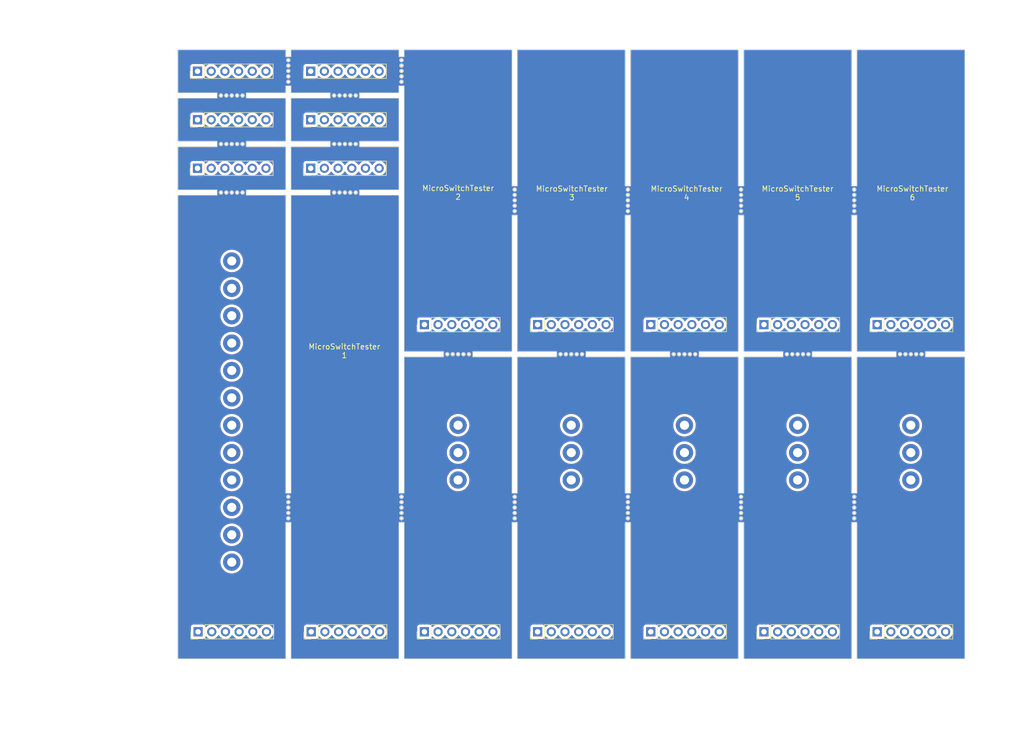
<source format=kicad_pcb>
(kicad_pcb (version 20221018) (generator pcbnew)
  (layers (0 "F.Cu" signal) (31 "B.Cu" signal) (34 "B.Paste" user) (35 "F.Paste" user) (36 "B.SilkS" user "B.Silkscreen") (37 "F.SilkS" user "F.Silkscreen") (38 "B.Mask" user) (39 "F.Mask" user) (44 "Edge.Cuts" user))
  (net 0 "")
  (footprint "Connector_PinHeader_2.54mm:PinHeader_1x06_P2.54mm_Vertical" (layer "F.Cu") (at -6.35 -104 90)
    (fp_text reference "REF**" hide)
    (fp_text value "PinHeader_1x06_P2.54mm_Vertical")
    (pad "1" thru_hole rect (at 0 0 90) (size 1.7 1.7) (drill 1) (layers "*.Cu" "*.Mask"))
    (pad "2" thru_hole oval (at 0 2.54 90) (size 1.7 1.7) (drill 1) (layers "*.Cu" "*.Mask"))
    (pad "3" thru_hole oval (at 0 5.08 90) (size 1.7 1.7) (drill 1) (layers "*.Cu" "*.Mask"))
    (pad "4" thru_hole oval (at 0 7.62 90) (size 1.7 1.7) (drill 1) (layers "*.Cu" "*.Mask"))
    (pad "5" thru_hole oval (at 0 10.16 90) (size 1.7 1.7) (drill 1) (layers "*.Cu" "*.Mask"))
    (pad "6" thru_hole oval (at 0 12.7 90) (size 1.7 1.7) (drill 1) (layers "*.Cu" "*.Mask"))
  )
  (footprint "Connector_PinHeader_2.54mm:PinHeader_1x06_P2.54mm_Vertical" (layer "F.Cu") (at 35.75 -57 90)
    (fp_text reference "REF**" hide)
    (fp_text value "PinHeader_1x06_P2.54mm_Vertical")
    (pad "1" thru_hole rect (at 0 0 90) (size 1.7 1.7) (drill 1) (layers "*.Cu" "*.Mask"))
    (pad "2" thru_hole oval (at 0 2.54 90) (size 1.7 1.7) (drill 1) (layers "*.Cu" "*.Mask"))
    (pad "3" thru_hole oval (at 0 5.08 90) (size 1.7 1.7) (drill 1) (layers "*.Cu" "*.Mask"))
    (pad "4" thru_hole oval (at 0 7.62 90) (size 1.7 1.7) (drill 1) (layers "*.Cu" "*.Mask"))
    (pad "5" thru_hole oval (at 0 10.16 90) (size 1.7 1.7) (drill 1) (layers "*.Cu" "*.Mask"))
    (pad "6" thru_hole oval (at 0 12.7 90) (size 1.7 1.7) (drill 1) (layers "*.Cu" "*.Mask"))
  )
  (footprint "mylib:microswitchtester_7305" (layer "F.Cu") (at 21 -33.24)
    (fp_text reference "REF**" hide)
    (fp_text value "microswitchtester_7305")
    (pad "1" thru_hole circle (at 0 -5.08) (size 3.2 3.2) (drill 1.7) (layers "*.Cu" "*.Mask"))
    (pad "1" thru_hole circle (at 0 0) (size 3.2 3.2) (drill 1.7) (layers "*.Cu" "*.Mask"))
    (pad "1" thru_hole circle (at 0 5.08) (size 3.2 3.2) (drill 1.7) (layers "*.Cu" "*.Mask"))
  )
  (footprint "Connector_PinHeader_2.54mm:PinHeader_1x06_P2.54mm_Vertical" (layer "F.Cu") (at 56.75 0 90)
    (fp_text reference "REF**" hide)
    (fp_text value "PinHeader_1x06_P2.54mm_Vertical")
    (pad "1" thru_hole rect (at 0 0 90) (size 1.7 1.7) (drill 1) (layers "*.Cu" "*.Mask"))
    (pad "2" thru_hole oval (at 0 2.54 90) (size 1.7 1.7) (drill 1) (layers "*.Cu" "*.Mask"))
    (pad "3" thru_hole oval (at 0 5.08 90) (size 1.7 1.7) (drill 1) (layers "*.Cu" "*.Mask"))
    (pad "4" thru_hole oval (at 0 7.62 90) (size 1.7 1.7) (drill 1) (layers "*.Cu" "*.Mask"))
    (pad "5" thru_hole oval (at 0 10.16 90) (size 1.7 1.7) (drill 1) (layers "*.Cu" "*.Mask"))
    (pad "6" thru_hole oval (at 0 12.7 90) (size 1.7 1.7) (drill 1) (layers "*.Cu" "*.Mask"))
  )
  (footprint "Connector_PinHeader_2.54mm:PinHeader_1x06_P2.54mm_Vertical" (layer "F.Cu") (at -27.35 -104 90)
    (fp_text reference "REF**" hide)
    (fp_text value "PinHeader_1x06_P2.54mm_Vertical")
    (pad "1" thru_hole rect (at 0 0 90) (size 1.7 1.7) (drill 1) (layers "*.Cu" "*.Mask"))
    (pad "2" thru_hole oval (at 0 2.54 90) (size 1.7 1.7) (drill 1) (layers "*.Cu" "*.Mask"))
    (pad "3" thru_hole oval (at 0 5.08 90) (size 1.7 1.7) (drill 1) (layers "*.Cu" "*.Mask"))
    (pad "4" thru_hole oval (at 0 7.62 90) (size 1.7 1.7) (drill 1) (layers "*.Cu" "*.Mask"))
    (pad "5" thru_hole oval (at 0 10.16 90) (size 1.7 1.7) (drill 1) (layers "*.Cu" "*.Mask"))
    (pad "6" thru_hole oval (at 0 12.7 90) (size 1.7 1.7) (drill 1) (layers "*.Cu" "*.Mask"))
  )
  (footprint "Connector_PinHeader_2.54mm:PinHeader_1x06_P2.54mm_Vertical" (layer "F.Cu") (at 98.75 -57 90)
    (fp_text reference "REF**" hide)
    (fp_text value "PinHeader_1x06_P2.54mm_Vertical")
    (pad "1" thru_hole rect (at 0 0 90) (size 1.7 1.7) (drill 1) (layers "*.Cu" "*.Mask"))
    (pad "2" thru_hole oval (at 0 2.54 90) (size 1.7 1.7) (drill 1) (layers "*.Cu" "*.Mask"))
    (pad "3" thru_hole oval (at 0 5.08 90) (size 1.7 1.7) (drill 1) (layers "*.Cu" "*.Mask"))
    (pad "4" thru_hole oval (at 0 7.62 90) (size 1.7 1.7) (drill 1) (layers "*.Cu" "*.Mask"))
    (pad "5" thru_hole oval (at 0 10.16 90) (size 1.7 1.7) (drill 1) (layers "*.Cu" "*.Mask"))
    (pad "6" thru_hole oval (at 0 12.7 90) (size 1.7 1.7) (drill 1) (layers "*.Cu" "*.Mask"))
  )
  (footprint "mylib:microswitchtester_7305" (layer "F.Cu") (at -21 -33.24)
    (fp_text reference "REF**" hide)
    (fp_text value "microswitchtester_7305")
    (pad "1" thru_hole circle (at 0 -5.08) (size 3.2 3.2) (drill 1.7) (layers "*.Cu" "*.Mask"))
    (pad "1" thru_hole circle (at 0 0) (size 3.2 3.2) (drill 1.7) (layers "*.Cu" "*.Mask"))
    (pad "1" thru_hole circle (at 0 5.08) (size 3.2 3.2) (drill 1.7) (layers "*.Cu" "*.Mask"))
  )
  (footprint "Connector_PinHeader_2.54mm:PinHeader_1x06_P2.54mm_Vertical" (layer "F.Cu") (at -6.35 -86 90)
    (fp_text reference "REF**" hide)
    (fp_text value "PinHeader_1x06_P2.54mm_Vertical" hide)
    (pad "1" thru_hole rect (at 0 0 90) (size 1.7 1.7) (drill 1) (layers "*.Cu" "*.Mask"))
    (pad "2" thru_hole oval (at 0 2.54 90) (size 1.7 1.7) (drill 1) (layers "*.Cu" "*.Mask"))
    (pad "3" thru_hole oval (at 0 5.08 90) (size 1.7 1.7) (drill 1) (layers "*.Cu" "*.Mask"))
    (pad "4" thru_hole oval (at 0 7.62 90) (size 1.7 1.7) (drill 1) (layers "*.Cu" "*.Mask"))
    (pad "5" thru_hole oval (at 0 10.16 90) (size 1.7 1.7) (drill 1) (layers "*.Cu" "*.Mask"))
    (pad "6" thru_hole oval (at 0 12.7 90) (size 1.7 1.7) (drill 1) (layers "*.Cu" "*.Mask"))
  )
  (footprint "Connector_PinHeader_2.54mm:PinHeader_1x06_P2.54mm_Vertical" (layer "F.Cu") (at -6.35 -95 90)
    (fp_text reference "REF**" hide)
    (fp_text value "PinHeader_1x06_P2.54mm_Vertical" hide)
    (pad "1" thru_hole rect (at 0 0 90) (size 1.7 1.7) (drill 1) (layers "*.Cu" "*.Mask"))
    (pad "2" thru_hole oval (at 0 2.54 90) (size 1.7 1.7) (drill 1) (layers "*.Cu" "*.Mask"))
    (pad "3" thru_hole oval (at 0 5.08 90) (size 1.7 1.7) (drill 1) (layers "*.Cu" "*.Mask"))
    (pad "4" thru_hole oval (at 0 7.62 90) (size 1.7 1.7) (drill 1) (layers "*.Cu" "*.Mask"))
    (pad "5" thru_hole oval (at 0 10.16 90) (size 1.7 1.7) (drill 1) (layers "*.Cu" "*.Mask"))
    (pad "6" thru_hole oval (at 0 12.7 90) (size 1.7 1.7) (drill 1) (layers "*.Cu" "*.Mask"))
  )
  (footprint "Connector_PinHeader_2.54mm:PinHeader_1x06_P2.54mm_Vertical" (layer "F.Cu") (at 77.75 0 90)
    (fp_text reference "REF**" hide)
    (fp_text value "PinHeader_1x06_P2.54mm_Vertical")
    (pad "1" thru_hole rect (at 0 0 90) (size 1.7 1.7) (drill 1) (layers "*.Cu" "*.Mask"))
    (pad "2" thru_hole oval (at 0 2.54 90) (size 1.7 1.7) (drill 1) (layers "*.Cu" "*.Mask"))
    (pad "3" thru_hole oval (at 0 5.08 90) (size 1.7 1.7) (drill 1) (layers "*.Cu" "*.Mask"))
    (pad "4" thru_hole oval (at 0 7.62 90) (size 1.7 1.7) (drill 1) (layers "*.Cu" "*.Mask"))
    (pad "5" thru_hole oval (at 0 10.16 90) (size 1.7 1.7) (drill 1) (layers "*.Cu" "*.Mask"))
    (pad "6" thru_hole oval (at 0 12.7 90) (size 1.7 1.7) (drill 1) (layers "*.Cu" "*.Mask"))
  )
  (footprint "Connector_PinHeader_2.54mm:PinHeader_1x06_P2.54mm_Vertical" (layer "F.Cu") (at 98.75 0 90)
    (fp_text reference "REF**" hide)
    (fp_text value "PinHeader_1x06_P2.54mm_Vertical")
    (pad "1" thru_hole rect (at 0 0 90) (size 1.7 1.7) (drill 1) (layers "*.Cu" "*.Mask"))
    (pad "2" thru_hole oval (at 0 2.54 90) (size 1.7 1.7) (drill 1) (layers "*.Cu" "*.Mask"))
    (pad "3" thru_hole oval (at 0 5.08 90) (size 1.7 1.7) (drill 1) (layers "*.Cu" "*.Mask"))
    (pad "4" thru_hole oval (at 0 7.62 90) (size 1.7 1.7) (drill 1) (layers "*.Cu" "*.Mask"))
    (pad "5" thru_hole oval (at 0 10.16 90) (size 1.7 1.7) (drill 1) (layers "*.Cu" "*.Mask"))
    (pad "6" thru_hole oval (at 0 12.7 90) (size 1.7 1.7) (drill 1) (layers "*.Cu" "*.Mask"))
  )
  (footprint "Connector_PinHeader_2.54mm:PinHeader_1x06_P2.54mm_Vertical" (layer "F.Cu") (at 14.75 0 90)
    (fp_text reference "REF**" hide)
    (fp_text value "PinHeader_1x06_P2.54mm_Vertical")
    (pad "1" thru_hole rect (at 0 0 90) (size 1.7 1.7) (drill 1) (layers "*.Cu" "*.Mask"))
    (pad "2" thru_hole oval (at 0 2.54 90) (size 1.7 1.7) (drill 1) (layers "*.Cu" "*.Mask"))
    (pad "3" thru_hole oval (at 0 5.08 90) (size 1.7 1.7) (drill 1) (layers "*.Cu" "*.Mask"))
    (pad "4" thru_hole oval (at 0 7.62 90) (size 1.7 1.7) (drill 1) (layers "*.Cu" "*.Mask"))
    (pad "5" thru_hole oval (at 0 10.16 90) (size 1.7 1.7) (drill 1) (layers "*.Cu" "*.Mask"))
    (pad "6" thru_hole oval (at 0 12.7 90) (size 1.7 1.7) (drill 1) (layers "*.Cu" "*.Mask"))
  )
  (footprint "mylib:microswitchtester_7305" (layer "F.Cu") (at -21 -18)
    (fp_text reference "REF**" hide)
    (fp_text value "microswitchtester_7305")
    (pad "1" thru_hole circle (at 0 -5.08) (size 3.2 3.2) (drill 1.7) (layers "*.Cu" "*.Mask"))
    (pad "1" thru_hole circle (at 0 0) (size 3.2 3.2) (drill 1.7) (layers "*.Cu" "*.Mask"))
    (pad "1" thru_hole circle (at 0 5.08) (size 3.2 3.2) (drill 1.7) (layers "*.Cu" "*.Mask"))
  )
  (footprint "mylib:microswitchtester_7305" (layer "F.Cu") (at -21 -48.48)
    (fp_text reference "REF**" hide)
    (fp_text value "microswitchtester_7305")
    (pad "1" thru_hole circle (at 0 -5.08) (size 3.2 3.2) (drill 1.7) (layers "*.Cu" "*.Mask"))
    (pad "1" thru_hole circle (at 0 0) (size 3.2 3.2) (drill 1.7) (layers "*.Cu" "*.Mask"))
    (pad "1" thru_hole circle (at 0 5.08) (size 3.2 3.2) (drill 1.7) (layers "*.Cu" "*.Mask"))
  )
  (footprint "Connector_PinHeader_2.54mm:PinHeader_1x06_P2.54mm_Vertical" (layer "F.Cu") (at 77.75 -57 90)
    (fp_text reference "REF**" hide)
    (fp_text value "PinHeader_1x06_P2.54mm_Vertical")
    (pad "1" thru_hole rect (at 0 0 90) (size 1.7 1.7) (drill 1) (layers "*.Cu" "*.Mask"))
    (pad "2" thru_hole oval (at 0 2.54 90) (size 1.7 1.7) (drill 1) (layers "*.Cu" "*.Mask"))
    (pad "3" thru_hole oval (at 0 5.08 90) (size 1.7 1.7) (drill 1) (layers "*.Cu" "*.Mask"))
    (pad "4" thru_hole oval (at 0 7.62 90) (size 1.7 1.7) (drill 1) (layers "*.Cu" "*.Mask"))
    (pad "5" thru_hole oval (at 0 10.16 90) (size 1.7 1.7) (drill 1) (layers "*.Cu" "*.Mask"))
    (pad "6" thru_hole oval (at 0 12.7 90) (size 1.7 1.7) (drill 1) (layers "*.Cu" "*.Mask"))
  )
  (footprint "mylib:microswitchtester_7305" (layer "F.Cu") (at -21 -63.72)
    (fp_text reference "REF**" hide)
    (fp_text value "microswitchtester_7305")
    (pad "1" thru_hole circle (at 0 -5.08) (size 3.2 3.2) (drill 1.7) (layers "*.Cu" "*.Mask"))
    (pad "1" thru_hole circle (at 0 0) (size 3.2 3.2) (drill 1.7) (layers "*.Cu" "*.Mask"))
    (pad "1" thru_hole circle (at 0 5.08) (size 3.2 3.2) (drill 1.7) (layers "*.Cu" "*.Mask"))
  )
  (footprint "mylib:microswitchtester_7305" (layer "F.Cu") (at 63 -33.24)
    (fp_text reference "REF**" hide)
    (fp_text value "microswitchtester_7305")
    (pad "1" thru_hole circle (at 0 -5.08) (size 3.2 3.2) (drill 1.7) (layers "*.Cu" "*.Mask"))
    (pad "1" thru_hole circle (at 0 0) (size 3.2 3.2) (drill 1.7) (layers "*.Cu" "*.Mask"))
    (pad "1" thru_hole circle (at 0 5.08) (size 3.2 3.2) (drill 1.7) (layers "*.Cu" "*.Mask"))
  )
  (footprint "Connector_PinHeader_2.54mm:PinHeader_1x06_P2.54mm_Vertical" (layer "F.Cu") (at -6.25 0 90)
    (fp_text reference "REF**" hide)
    (fp_text value "PinHeader_1x06_P2.54mm_Vertical")
    (pad "1" thru_hole rect (at 0 0 90) (size 1.7 1.7) (drill 1) (layers "*.Cu" "*.Mask"))
    (pad "2" thru_hole oval (at 0 2.54 90) (size 1.7 1.7) (drill 1) (layers "*.Cu" "*.Mask"))
    (pad "3" thru_hole oval (at 0 5.08 90) (size 1.7 1.7) (drill 1) (layers "*.Cu" "*.Mask"))
    (pad "4" thru_hole oval (at 0 7.62 90) (size 1.7 1.7) (drill 1) (layers "*.Cu" "*.Mask"))
    (pad "5" thru_hole oval (at 0 10.16 90) (size 1.7 1.7) (drill 1) (layers "*.Cu" "*.Mask"))
    (pad "6" thru_hole oval (at 0 12.7 90) (size 1.7 1.7) (drill 1) (layers "*.Cu" "*.Mask"))
  )
  (footprint "mylib:microswitchtester_7305" (layer "F.Cu") (at 84 -33.24)
    (fp_text reference "REF**" hide)
    (fp_text value "microswitchtester_7305")
    (pad "1" thru_hole circle (at 0 -5.08) (size 3.2 3.2) (drill 1.7) (layers "*.Cu" "*.Mask"))
    (pad "1" thru_hole circle (at 0 0) (size 3.2 3.2) (drill 1.7) (layers "*.Cu" "*.Mask"))
    (pad "1" thru_hole circle (at 0 5.08) (size 3.2 3.2) (drill 1.7) (layers "*.Cu" "*.Mask"))
  )
  (footprint "mylib:microswitchtester_7305" (layer "F.Cu") (at 42 -33.24)
    (fp_text reference "REF**" hide)
    (fp_text value "microswitchtester_7305")
    (pad "1" thru_hole circle (at 0 -5.08) (size 3.2 3.2) (drill 1.7) (layers "*.Cu" "*.Mask"))
    (pad "1" thru_hole circle (at 0 0) (size 3.2 3.2) (drill 1.7) (layers "*.Cu" "*.Mask"))
    (pad "1" thru_hole circle (at 0 5.08) (size 3.2 3.2) (drill 1.7) (layers "*.Cu" "*.Mask"))
  )
  (footprint "Connector_PinHeader_2.54mm:PinHeader_1x06_P2.54mm_Vertical" (layer "F.Cu") (at 14.75 -57 90)
    (fp_text reference "REF**" hide)
    (fp_text value "PinHeader_1x06_P2.54mm_Vertical")
    (pad "1" thru_hole rect (at 0 0 90) (size 1.7 1.7) (drill 1) (layers "*.Cu" "*.Mask"))
    (pad "2" thru_hole oval (at 0 2.54 90) (size 1.7 1.7) (drill 1) (layers "*.Cu" "*.Mask"))
    (pad "3" thru_hole oval (at 0 5.08 90) (size 1.7 1.7) (drill 1) (layers "*.Cu" "*.Mask"))
    (pad "4" thru_hole oval (at 0 7.62 90) (size 1.7 1.7) (drill 1) (layers "*.Cu" "*.Mask"))
    (pad "5" thru_hole oval (at 0 10.16 90) (size 1.7 1.7) (drill 1) (layers "*.Cu" "*.Mask"))
    (pad "6" thru_hole oval (at 0 12.7 90) (size 1.7 1.7) (drill 1) (layers "*.Cu" "*.Mask"))
  )
  (footprint "Connector_PinHeader_2.54mm:PinHeader_1x06_P2.54mm_Vertical" (layer "F.Cu") (at -27.35 -95 90)
    (fp_text reference "REF**" hide)
    (fp_text value "PinHeader_1x06_P2.54mm_Vertical" hide)
    (pad "1" thru_hole rect (at 0 0 90) (size 1.7 1.7) (drill 1) (layers "*.Cu" "*.Mask"))
    (pad "2" thru_hole oval (at 0 2.54 90) (size 1.7 1.7) (drill 1) (layers "*.Cu" "*.Mask"))
    (pad "3" thru_hole oval (at 0 5.08 90) (size 1.7 1.7) (drill 1) (layers "*.Cu" "*.Mask"))
    (pad "4" thru_hole oval (at 0 7.62 90) (size 1.7 1.7) (drill 1) (layers "*.Cu" "*.Mask"))
    (pad "5" thru_hole oval (at 0 10.16 90) (size 1.7 1.7) (drill 1) (layers "*.Cu" "*.Mask"))
    (pad "6" thru_hole oval (at 0 12.7 90) (size 1.7 1.7) (drill 1) (layers "*.Cu" "*.Mask"))
  )
  (footprint "Connector_PinHeader_2.54mm:PinHeader_1x06_P2.54mm_Vertical" (layer "F.Cu") (at -27.25 0 90)
    (fp_text reference "REF**" hide)
    (fp_text value "PinHeader_1x06_P2.54mm_Vertical")
    (pad "1" thru_hole rect (at 0 0 90) (size 1.7 1.7) (drill 1) (layers "*.Cu" "*.Mask"))
    (pad "2" thru_hole oval (at 0 2.54 90) (size 1.7 1.7) (drill 1) (layers "*.Cu" "*.Mask"))
    (pad "3" thru_hole oval (at 0 5.08 90) (size 1.7 1.7) (drill 1) (layers "*.Cu" "*.Mask"))
    (pad "4" thru_hole oval (at 0 7.62 90) (size 1.7 1.7) (drill 1) (layers "*.Cu" "*.Mask"))
    (pad "5" thru_hole oval (at 0 10.16 90) (size 1.7 1.7) (drill 1) (layers "*.Cu" "*.Mask"))
    (pad "6" thru_hole oval (at 0 12.7 90) (size 1.7 1.7) (drill 1) (layers "*.Cu" "*.Mask"))
  )
  (footprint "Connector_PinHeader_2.54mm:PinHeader_1x06_P2.54mm_Vertical" (layer "F.Cu") (at 56.75 -57 90)
    (fp_text reference "REF**" hide)
    (fp_text value "PinHeader_1x06_P2.54mm_Vertical")
    (pad "1" thru_hole rect (at 0 0 90) (size 1.7 1.7) (drill 1) (layers "*.Cu" "*.Mask"))
    (pad "2" thru_hole oval (at 0 2.54 90) (size 1.7 1.7) (drill 1) (layers "*.Cu" "*.Mask"))
    (pad "3" thru_hole oval (at 0 5.08 90) (size 1.7 1.7) (drill 1) (layers "*.Cu" "*.Mask"))
    (pad "4" thru_hole oval (at 0 7.62 90) (size 1.7 1.7) (drill 1) (layers "*.Cu" "*.Mask"))
    (pad "5" thru_hole oval (at 0 10.16 90) (size 1.7 1.7) (drill 1) (layers "*.Cu" "*.Mask"))
    (pad "6" thru_hole oval (at 0 12.7 90) (size 1.7 1.7) (drill 1) (layers "*.Cu" "*.Mask"))
  )
  (footprint "mylib:microswitchtester_7305" (layer "F.Cu") (at 105 -33.24)
    (fp_text reference "REF**" hide)
    (fp_text value "microswitchtester_7305")
    (pad "1" thru_hole circle (at 0 -5.08) (size 3.2 3.2) (drill 1.7) (layers "*.Cu" "*.Mask"))
    (pad "1" thru_hole circle (at 0 0) (size 3.2 3.2) (drill 1.7) (layers "*.Cu" "*.Mask"))
    (pad "1" thru_hole circle (at 0 5.08) (size 3.2 3.2) (drill 1.7) (layers "*.Cu" "*.Mask"))
  )
  (footprint "Connector_PinHeader_2.54mm:PinHeader_1x06_P2.54mm_Vertical" (layer "F.Cu") (at 35.75 0 90)
    (fp_text reference "REF**" hide)
    (fp_text value "PinHeader_1x06_P2.54mm_Vertical")
    (pad "1" thru_hole rect (at 0 0 90) (size 1.7 1.7) (drill 1) (layers "*.Cu" "*.Mask"))
    (pad "2" thru_hole oval (at 0 2.54 90) (size 1.7 1.7) (drill 1) (layers "*.Cu" "*.Mask"))
    (pad "3" thru_hole oval (at 0 5.08 90) (size 1.7 1.7) (drill 1) (layers "*.Cu" "*.Mask"))
    (pad "4" thru_hole oval (at 0 7.62 90) (size 1.7 1.7) (drill 1) (layers "*.Cu" "*.Mask"))
    (pad "5" thru_hole oval (at 0 10.16 90) (size 1.7 1.7) (drill 1) (layers "*.Cu" "*.Mask"))
    (pad "6" thru_hole oval (at 0 12.7 90) (size 1.7 1.7) (drill 1) (layers "*.Cu" "*.Mask"))
  )
  (footprint "Connector_PinHeader_2.54mm:PinHeader_1x06_P2.54mm_Vertical" (layer "F.Cu") (at -27.35 -86 90)
    (fp_text reference "REF**" hide)
    (fp_text value "PinHeader_1x06_P2.54mm_Vertical" hide)
    (pad "1" thru_hole rect (at 0 0 90) (size 1.7 1.7) (drill 1) (layers "*.Cu" "*.Mask"))
    (pad "2" thru_hole oval (at 0 2.54 90) (size 1.7 1.7) (drill 1) (layers "*.Cu" "*.Mask"))
    (pad "3" thru_hole oval (at 0 5.08 90) (size 1.7 1.7) (drill 1) (layers "*.Cu" "*.Mask"))
    (pad "4" thru_hole oval (at 0 7.62 90) (size 1.7 1.7) (drill 1) (layers "*.Cu" "*.Mask"))
    (pad "5" thru_hole oval (at 0 10.16 90) (size 1.7 1.7) (drill 1) (layers "*.Cu" "*.Mask"))
    (pad "6" thru_hole oval (at 0 12.7 90) (size 1.7 1.7) (drill 1) (layers "*.Cu" "*.Mask"))
  )
  (gr_line (start 81.3 -51) (end 74 -51) (stroke (width 0.1)) (layer "Edge.Cuts"))
  (gr_line (start 10 -99) (end 2.7 -99) (stroke (width 0.1)) (layer "Edge.Cuts"))
  (gr_line (start -10 -99) (end -2.7 -99) (stroke (width 0.1)) (layer "Edge.Cuts"))
  (gr_line (start 74 -52) (end 81.3 -52) (stroke (width 0.1)) (layer "Edge.Cuts"))
  (gr_line (start -31 5) (end -31 -81) (stroke (width 0.1)) (layer "Edge.Cuts"))
  (gr_circle (center -10.5 -103.05) (end -10.5 -103.35) (stroke (width 0.2)) (fill none) (layer "Edge.Cuts"))
  (gr_circle (center 73.5 -80.05) (end 73.5 -80.35) (stroke (width 0.2)) (fill none) (layer "Edge.Cuts"))
  (gr_line (start 73 -108) (end 73 -82.7) (stroke (width 0.1)) (layer "Edge.Cuts"))
  (gr_line (start 52 -25.7) (end 52 -51) (stroke (width 0.1)) (layer "Edge.Cuts"))
  (gr_line (start 60.3 -52) (end 60.3 -51) (stroke (width 0.1)) (layer "Edge.Cuts"))
  (gr_line (start 94 -108) (end 94 -82.7) (stroke (width 0.1)) (layer "Edge.Cuts"))
  (gr_circle (center 31.5 -81.05) (end 31.5 -81.35) (stroke (width 0.2)) (fill none) (layer "Edge.Cuts"))
  (gr_line (start 31 -25.7) (end 31 -51) (stroke (width 0.1)) (layer "Edge.Cuts"))
  (gr_circle (center 52.5 -25.05) (end 52.5 -25.35) (stroke (width 0.2)) (fill none) (layer "Edge.Cuts"))
  (gr_circle (center 107 -51.5) (end 107.3 -51.5) (stroke (width 0.2)) (fill none) (layer "Edge.Cuts"))
  (gr_circle (center 94.5 -21.05) (end 94.5 -21.35) (stroke (width 0.2)) (fill none) (layer "Edge.Cuts"))
  (gr_line (start -2.7 -81) (end -2.7 -82) (stroke (width 0.1)) (layer "Edge.Cuts"))
  (gr_circle (center 10.5 -21.05) (end 10.5 -21.35) (stroke (width 0.2)) (fill none) (layer "Edge.Cuts"))
  (gr_circle (center 104 -51.5) (end 104.3 -51.5) (stroke (width 0.2)) (fill none) (layer "Edge.Cuts"))
  (gr_line (start 10 -99) (end 10 -91) (stroke (width 0.1)) (layer "Edge.Cuts"))
  (gr_circle (center -21 -99.5) (end -20.7 -99.5) (stroke (width 0.2)) (fill none) (layer "Edge.Cuts"))
  (gr_circle (center 31.5 -21.05) (end 31.5 -21.35) (stroke (width 0.2)) (fill none) (layer "Edge.Cuts"))
  (gr_line (start 115 -52) (end 107.7 -52) (stroke (width 0.1)) (layer "Edge.Cuts"))
  (gr_circle (center 73.5 -24.05) (end 73.5 -24.35) (stroke (width 0.2)) (fill none) (layer "Edge.Cuts"))
  (gr_circle (center -10.5 -105.05) (end -10.5 -105.35) (stroke (width 0.2)) (fill none) (layer "Edge.Cuts"))
  (gr_line (start -11 -101.3) (end -10 -101.3) (stroke (width 0.1)) (layer "Edge.Cuts"))
  (gr_line (start 52 -51) (end 44.7 -51) (stroke (width 0.1)) (layer "Edge.Cuts"))
  (gr_line (start 74 -82.7) (end 74 -108) (stroke (width 0.1)) (layer "Edge.Cuts"))
  (gr_circle (center -23 -81.5) (end -22.7 -81.5) (stroke (width 0.2)) (fill none) (layer "Edge.Cuts"))
  (gr_line (start 11 -51) (end 18.3 -51) (stroke (width 0.1)) (layer "Edge.Cuts"))
  (gr_line (start 94 -25.7) (end 94 -51) (stroke (width 0.1)) (layer "Edge.Cuts"))
  (gr_circle (center 2 -90.5) (end 2.3 -90.5) (stroke (width 0.2)) (fill none) (layer "Edge.Cuts"))
  (gr_line (start -18.3 -91) (end -11 -91) (stroke (width 0.1)) (layer "Edge.Cuts"))
  (gr_line (start 44.7 -52) (end 52 -52) (stroke (width 0.1)) (layer "Edge.Cuts"))
  (gr_circle (center 94.5 -23.05) (end 94.5 -23.35) (stroke (width 0.2)) (fill none) (layer "Edge.Cuts"))
  (gr_circle (center 22 -51.5) (end 22.3 -51.5) (stroke (width 0.2)) (fill none) (layer "Edge.Cuts"))
  (gr_circle (center 52.5 -82.05) (end 52.5 -82.35) (stroke (width 0.2)) (fill none) (layer "Edge.Cuts"))
  (gr_line (start -23.7 -100) (end -31 -100) (stroke (width 0.1)) (layer "Edge.Cuts"))
  (gr_line (start 2.7 -99) (end 2.7 -100) (stroke (width 0.1)) (layer "Edge.Cuts"))
  (gr_circle (center 31.5 -25.05) (end 31.5 -25.35) (stroke (width 0.2)) (fill none) (layer "Edge.Cuts"))
  (gr_circle (center -19 -81.5) (end -18.7 -81.5) (stroke (width 0.2)) (fill none) (layer "Edge.Cuts"))
  (gr_line (start -10 -91) (end -10 -99) (stroke (width 0.1)) (layer "Edge.Cuts"))
  (gr_line (start 53 -108) (end 53 -82.7) (stroke (width 0.1)) (layer "Edge.Cuts"))
  (gr_line (start -11 -99) (end -18.3 -99) (stroke (width 0.1)) (layer "Edge.Cuts"))
  (gr_line (start 53 -108) (end 73 -108) (stroke (width 0.1)) (layer "Edge.Cuts"))
  (gr_circle (center 94.5 -80.05) (end 94.5 -80.35) (stroke (width 0.2)) (fill none) (layer "Edge.Cuts"))
  (gr_circle (center 52.5 -81.05) (end 52.5 -81.35) (stroke (width 0.2)) (fill none) (layer "Edge.Cuts"))
  (gr_line (start 31 -77.3) (end 32 -77.3) (stroke (width 0.1)) (layer "Edge.Cuts"))
  (gr_circle (center 2 -81.5) (end 2.3 -81.5) (stroke (width 0.2)) (fill none) (layer "Edge.Cuts"))
  (gr_circle (center -10.5 -25.05) (end -10.5 -25.35) (stroke (width 0.2)) (fill none) (layer "Edge.Cuts"))
  (gr_circle (center 31.5 -82.05) (end 31.5 -82.35) (stroke (width 0.2)) (fill none) (layer "Edge.Cuts"))
  (gr_line (start 73 -25.7) (end 73 -51) (stroke (width 0.1)) (layer "Edge.Cuts"))
  (gr_line (start 11 -106.7) (end 11 -108) (stroke (width 0.1)) (layer "Edge.Cuts"))
  (gr_line (start -10 -20.3) (end -10 5) (stroke (width 0.1)) (layer "Edge.Cuts"))
  (gr_line (start 74 -108) (end 94 -108) (stroke (width 0.1)) (layer "Edge.Cuts"))
  (gr_line (start 115 5) (end 95 5) (stroke (width 0.1)) (layer "Edge.Cuts"))
  (gr_line (start 81.3 -52) (end 81.3 -51) (stroke (width 0.1)) (layer "Edge.Cuts"))
  (gr_line (start 31 -52) (end 31 -77.3) (stroke (width 0.1)) (layer "Edge.Cuts"))
  (gr_circle (center -20 -90.5) (end -19.7 -90.5) (stroke (width 0.2)) (fill none) (layer "Edge.Cuts"))
  (gr_line (start 95 -77.3) (end 95 -52) (stroke (width 0.1)) (layer "Edge.Cuts"))
  (gr_circle (center -19 -90.5) (end -18.7 -90.5) (stroke (width 0.2)) (fill none) (layer "Edge.Cuts"))
  (gr_circle (center -1 -81.5) (end -0.7 -81.5) (stroke (width 0.2)) (fill none) (layer "Edge.Cuts"))
  (gr_line (start 94 -52) (end 94 -77.3) (stroke (width 0.1)) (layer "Edge.Cuts"))
  (gr_line (start -10 -100) (end -10 -101.3) (stroke (width 0.1)) (layer "Edge.Cuts"))
  (gr_line (start 10 -90) (end 2.7 -90) (stroke (width 0.1)) (layer "Edge.Cuts"))
  (gr_circle (center 52.5 -23.05) (end 52.5 -23.35) (stroke (width 0.2)) (fill none) (layer "Edge.Cuts"))
  (gr_circle (center 73.5 -21.05) (end 73.5 -21.35) (stroke (width 0.2)) (fill none) (layer "Edge.Cuts"))
  (gr_circle (center 40 -51.5) (end 40.3 -51.5) (stroke (width 0.2)) (fill none) (layer "Edge.Cuts"))
  (gr_line (start -18.3 -81) (end -11 -81) (stroke (width 0.1)) (layer "Edge.Cuts"))
  (gr_circle (center 1 -81.5) (end 1.3 -81.5) (stroke (width 0.2)) (fill none) (layer "Edge.Cuts"))
  (gr_line (start 31 -108) (end 31 -82.7) (stroke (width 0.1)) (layer "Edge.Cuts"))
  (gr_line (start 11 -108) (end 31 -108) (stroke (width 0.1)) (layer "Edge.Cuts"))
  (gr_line (start -11 -82) (end -11 -90) (stroke (width 0.1)) (layer "Edge.Cuts"))
  (gr_circle (center -10.5 -106.05) (end -10.5 -106.35) (stroke (width 0.2)) (fill none) (layer "Edge.Cuts"))
  (gr_circle (center 52.5 -80.05) (end 52.5 -80.35) (stroke (width 0.2)) (fill none) (layer "Edge.Cuts"))
  (gr_line (start 94 -77.3) (end 95 -77.3) (stroke (width 0.1)) (layer "Edge.Cuts"))
  (gr_line (start -2.7 -99) (end -2.7 -100) (stroke (width 0.1)) (layer "Edge.Cuts"))
  (gr_line (start -11 -108) (end -11 -106.7) (stroke (width 0.1)) (layer "Edge.Cuts"))
  (gr_circle (center 86 -51.5) (end 86.3 -51.5) (stroke (width 0.2)) (fill none) (layer "Edge.Cuts"))
  (gr_circle (center 105 -51.5) (end 105.3 -51.5) (stroke (width 0.2)) (fill none) (layer "Edge.Cuts"))
  (gr_line (start 107.7 -52) (end 107.7 -51) (stroke (width 0.1)) (layer "Edge.Cuts"))
  (gr_circle (center 94.5 -24.05) (end 94.5 -24.35) (stroke (width 0.2)) (fill none) (layer "Edge.Cuts"))
  (gr_circle (center 73.5 -82.05) (end 73.5 -82.35) (stroke (width 0.2)) (fill none) (layer "Edge.Cuts"))
  (gr_circle (center 23 -51.5) (end 23.3 -51.5) (stroke (width 0.2)) (fill none) (layer "Edge.Cuts"))
  (gr_line (start -18.3 -81) (end -18.3 -82) (stroke (width 0.1)) (layer "Edge.Cuts"))
  (gr_line (start 94 -82.7) (end 95 -82.7) (stroke (width 0.1)) (layer "Edge.Cuts"))
  (gr_circle (center 1 -99.5) (end 1.3 -99.5) (stroke (width 0.2)) (fill none) (layer "Edge.Cuts"))
  (gr_line (start 23.7 -51) (end 31 -51) (stroke (width 0.1)) (layer "Edge.Cuts"))
  (gr_line (start 23.7 -52) (end 31 -52) (stroke (width 0.1)) (layer "Edge.Cuts"))
  (gr_circle (center 73.5 -78.05) (end 73.5 -78.35) (stroke (width 0.2)) (fill none) (layer "Edge.Cuts"))
  (gr_line (start 23.7 -52) (end 23.7 -51) (stroke (width 0.1)) (layer "Edge.Cuts"))
  (gr_line (start -11 -90) (end -18.3 -90) (stroke (width 0.1)) (layer "Edge.Cuts"))
  (gr_line (start 94 -20.3) (end 94 5) (stroke (width 0.1)) (layer "Edge.Cuts"))
  (gr_circle (center 63 -51.5) (end 63.3 -51.5) (stroke (width 0.2)) (fill none) (layer "Edge.Cuts"))
  (gr_circle (center 31.5 -23.05) (end 31.5 -23.35) (stroke (width 0.2)) (fill none) (layer "Edge.Cuts"))
  (gr_line (start 39.3 -52) (end 39.3 -51) (stroke (width 0.1)) (layer "Edge.Cuts"))
  (gr_line (start -31 -90) (end -23.7 -90) (stroke (width 0.1)) (layer "Edge.Cuts"))
  (gr_line (start 10 -20.3) (end 10 5) (stroke (width 0.1)) (layer "Edge.Cuts"))
  (gr_line (start -2.7 -90) (end -2.7 -91) (stroke (width 0.1)) (layer "Edge.Cuts"))
  (gr_circle (center -20 -81.5) (end -19.7 -81.5) (stroke (width 0.2)) (fill none) (layer "Edge.Cuts"))
  (gr_circle (center 10.5 -105.05) (end 10.5 -105.35) (stroke (width 0.2)) (fill none) (layer "Edge.Cuts"))
  (gr_circle (center 10.5 -25.05) (end 10.5 -25.35) (stroke (width 0.2)) (fill none) (layer "Edge.Cuts"))
  (gr_line (start 32 -51) (end 32 -25.7) (stroke (width 0.1)) (layer "Edge.Cuts"))
  (gr_circle (center 10.5 -102.05) (end 10.5 -102.35) (stroke (width 0.2)) (fill none) (layer "Edge.Cuts"))
  (gr_line (start 74 5) (end 74 -20.3) (stroke (width 0.1)) (layer "Edge.Cuts"))
  (gr_line (start 95 -51) (end 95 -25.7) (stroke (width 0.1)) (layer "Edge.Cuts"))
  (gr_line (start 73 -20.3) (end 73 5) (stroke (width 0.1)) (layer "Edge.Cuts"))
  (gr_line (start -10 -90) (end -2.7 -90) (stroke (width 0.1)) (layer "Edge.Cuts"))
  (gr_line (start 52 -108) (end 52 -82.7) (stroke (width 0.1)) (layer "Edge.Cuts"))
  (gr_line (start 10 -108) (end 10 -106.7) (stroke (width 0.1)) (layer "Edge.Cuts"))
  (gr_circle (center 1 -90.5) (end 1.3 -90.5) (stroke (width 0.2)) (fill none) (layer "Edge.Cuts"))
  (gr_circle (center -10.5 -104.05) (end -10.5 -104.35) (stroke (width 0.2)) (fill none) (layer "Edge.Cuts"))
  (gr_circle (center -19 -99.5) (end -18.7 -99.5) (stroke (width 0.2)) (fill none) (layer "Edge.Cuts"))
  (gr_line (start 39.3 -51) (end 32 -51) (stroke (width 0.1)) (layer "Edge.Cuts"))
  (gr_line (start -23.7 -82) (end -31 -82) (stroke (width 0.1)) (layer "Edge.Cuts"))
  (gr_circle (center 2 -99.5) (end 2.3 -99.5) (stroke (width 0.2)) (fill none) (layer "Edge.Cuts"))
  (gr_line (start 74 -51) (end 74 -25.7) (stroke (width 0.1)) (layer "Edge.Cuts"))
  (gr_line (start 11 -52) (end 18.3 -52) (stroke (width 0.1)) (layer "Edge.Cuts"))
  (gr_circle (center -23 -99.5) (end -22.7 -99.5) (stroke (width 0.2)) (fill none) (layer "Edge.Cuts"))
  (gr_circle (center 0 -90.5) (end 0.3 -90.5) (stroke (width 0.2)) (fill none) (layer "Edge.Cuts"))
  (gr_circle (center 10.5 -24.05) (end 10.5 -24.35) (stroke (width 0.2)) (fill none) (layer "Edge.Cuts"))
  (gr_circle (center 84 -51.5) (end 84.3 -51.5) (stroke (width 0.2)) (fill none) (layer "Edge.Cuts"))
  (gr_line (start -10 -25.7) (end -10 -81) (stroke (width 0.1)) (layer "Edge.Cuts"))
  (gr_line (start 74 -77.3) (end 74 -52) (stroke (width 0.1)) (layer "Edge.Cuts"))
  (gr_circle (center 41 -51.5) (end 41.3 -51.5) (stroke (width 0.2)) (fill none) (layer "Edge.Cuts"))
  (gr_circle (center 82 -51.5) (end 82.3 -51.5) (stroke (width 0.2)) (fill none) (layer "Edge.Cuts"))
  (gr_line (start 95 -20.3) (end 94 -20.3) (stroke (width 0.1)) (layer "Edge.Cuts"))
  (gr_line (start -2.7 -91) (end -10 -91) (stroke (width 0.1)) (layer "Edge.Cuts"))
  (gr_line (start 73 -51) (end 65.7 -51) (stroke (width 0.1)) (layer "Edge.Cuts"))
  (gr_circle (center 52.5 -24.05) (end 52.5 -24.35) (stroke (width 0.2)) (fill none) (layer "Edge.Cuts"))
  (gr_circle (center -1 -99.5) (end -0.7 -99.5) (stroke (width 0.2)) (fill none) (layer "Edge.Cuts"))
  (gr_line (start -31 -91) (end -31 -99) (stroke (width 0.1)) (layer "Edge.Cuts"))
  (gr_line (start 95 -82.7) (end 95 -108) (stroke (width 0.1)) (layer "Edge.Cuts"))
  (gr_circle (center 10.5 -104.05) (end 10.5 -104.35) (stroke (width 0.2)) (fill none) (layer "Edge.Cuts"))
  (gr_circle (center 94.5 -79.05) (end 94.5 -79.35) (stroke (width 0.2)) (fill none) (layer "Edge.Cuts"))
  (gr_circle (center 83 -51.5) (end 83.3 -51.5) (stroke (width 0.2)) (fill none) (layer "Edge.Cuts"))
  (gr_circle (center 42 -51.5) (end 42.3 -51.5) (stroke (width 0.2)) (fill none) (layer "Edge.Cuts"))
  (gr_line (start 2.7 -91) (end 10 -91) (stroke (width 0.1)) (layer "Edge.Cuts"))
  (gr_line (start -11 -100) (end -11 -101.3) (stroke (width 0.1)) (layer "Edge.Cuts"))
  (gr_line (start 52 -82.7) (end 53 -82.7) (stroke (width 0.1)) (layer "Edge.Cuts"))
  (gr_circle (center -10.5 -102.05) (end -10.5 -102.35) (stroke (width 0.2)) (fill none) (layer "Edge.Cuts"))
  (gr_line (start 65.7 -52) (end 73 -52) (stroke (width 0.1)) (layer "Edge.Cuts"))
  (gr_line (start -18.3 -99) (end -18.3 -100) (stroke (width 0.1)) (layer "Edge.Cuts"))
  (gr_line (start 52 5) (end 32 5) (stroke (width 0.1)) (layer "Edge.Cuts"))
  (gr_circle (center 61 -51.5) (end 61.3 -51.5) (stroke (width 0.2)) (fill none) (layer "Edge.Cuts"))
  (gr_circle (center -22 -81.5) (end -21.7 -81.5) (stroke (width 0.2)) (fill none) (layer "Edge.Cuts"))
  (gr_line (start 10 -106.7) (end 11 -106.7) (stroke (width 0.1)) (layer "Edge.Cuts"))
  (gr_line (start 2.7 -100) (end 10 -100) (stroke (width 0.1)) (layer "Edge.Cuts"))
  (gr_line (start -11 -91) (end -11 -99) (stroke (width 0.1)) (layer "Edge.Cuts"))
  (gr_line (start -10 -82) (end -10 -90) (stroke (width 0.1)) (layer "Edge.Cuts"))
  (gr_line (start 10 -82) (end 10 -90) (stroke (width 0.1)) (layer "Edge.Cuts"))
  (gr_line (start -11 -106.7) (end -10 -106.7) (stroke (width 0.1)) (layer "Edge.Cuts"))
  (gr_line (start 53 -20.3) (end 52 -20.3) (stroke (width 0.1)) (layer "Edge.Cuts"))
  (gr_line (start 53 -77.3) (end 53 -52) (stroke (width 0.1)) (layer "Edge.Cuts"))
  (gr_line (start 32 -52) (end 39.3 -52) (stroke (width 0.1)) (layer "Edge.Cuts"))
  (gr_circle (center -10.5 -21.05) (end -10.5 -21.35) (stroke (width 0.2)) (fill none) (layer "Edge.Cuts"))
  (gr_line (start 11 -101.3) (end 11 -52) (stroke (width 0.1)) (layer "Edge.Cuts"))
  (gr_line (start 95 5) (end 95 -20.3) (stroke (width 0.1)) (layer "Edge.Cuts"))
  (gr_line (start 52 -52) (end 52 -77.3) (stroke (width 0.1)) (layer "Edge.Cuts"))
  (gr_line (start -23.7 -90) (end -23.7 -91) (stroke (width 0.1)) (layer "Edge.Cuts"))
  (gr_circle (center -10.5 -23.05) (end -10.5 -23.35) (stroke (width 0.2)) (fill none) (layer "Edge.Cuts"))
  (gr_line (start 53 5) (end 53 -20.3) (stroke (width 0.1)) (layer "Edge.Cuts"))
  (gr_circle (center 62 -51.5) (end 62.3 -51.5) (stroke (width 0.2)) (fill none) (layer "Edge.Cuts"))
  (gr_line (start 73 -77.3) (end 74 -77.3) (stroke (width 0.1)) (layer "Edge.Cuts"))
  (gr_circle (center -10.5 -24.05) (end -10.5 -24.35) (stroke (width 0.2)) (fill none) (layer "Edge.Cuts"))
  (gr_circle (center 65 -51.5) (end 65.3 -51.5) (stroke (width 0.2)) (fill none) (layer "Edge.Cuts"))
  (gr_circle (center -22 -99.5) (end -21.7 -99.5) (stroke (width 0.2)) (fill none) (layer "Edge.Cuts"))
  (gr_line (start 86.7 -52) (end 86.7 -51) (stroke (width 0.1)) (layer "Edge.Cuts"))
  (gr_circle (center 73.5 -81.05) (end 73.5 -81.35) (stroke (width 0.2)) (fill none) (layer "Edge.Cuts"))
  (gr_circle (center 73.5 -25.05) (end 73.5 -25.35) (stroke (width 0.2)) (fill none) (layer "Edge.Cuts"))
  (gr_line (start 10 -25.7) (end 10 -81) (stroke (width 0.1)) (layer "Edge.Cuts"))
  (gr_line (start 10 5) (end -10 5) (stroke (width 0.1)) (layer "Edge.Cuts"))
  (gr_circle (center 31.5 -24.05) (end 31.5 -24.35) (stroke (width 0.2)) (fill none) (layer "Edge.Cuts"))
  (gr_line (start 31 -20.3) (end 31 5) (stroke (width 0.1)) (layer "Edge.Cuts"))
  (gr_circle (center 10.5 -22.05) (end 10.5 -22.35) (stroke (width 0.2)) (fill none) (layer "Edge.Cuts"))
  (gr_line (start 102.3 -52) (end 102.3 -51) (stroke (width 0.1)) (layer "Edge.Cuts"))
  (gr_circle (center 73.5 -79.05) (end 73.5 -79.35) (stroke (width 0.2)) (fill none) (layer "Edge.Cuts"))
  (gr_line (start -31 -108) (end -11 -108) (stroke (width 0.1)) (layer "Edge.Cuts"))
  (gr_circle (center 19 -51.5) (end 19.3 -51.5) (stroke (width 0.2)) (fill none) (layer "Edge.Cuts"))
  (gr_circle (center 20 -51.5) (end 20.3 -51.5) (stroke (width 0.2)) (fill none) (layer "Edge.Cuts"))
  (gr_line (start 53 -25.7) (end 52 -25.7) (stroke (width 0.1)) (layer "Edge.Cuts"))
  (gr_line (start 18.3 -52) (end 18.3 -51) (stroke (width 0.1)) (layer "Edge.Cuts"))
  (gr_line (start -23.7 -99) (end -23.7 -100) (stroke (width 0.1)) (layer "Edge.Cuts"))
  (gr_line (start 95 -52) (end 102.3 -52) (stroke (width 0.1)) (layer "Edge.Cuts"))
  (gr_circle (center 85 -51.5) (end 85.3 -51.5) (stroke (width 0.2)) (fill none) (layer "Edge.Cuts"))
  (gr_line (start 74 -20.3) (end 73 -20.3) (stroke (width 0.1)) (layer "Edge.Cuts"))
  (gr_circle (center 0 -99.5) (end 0.3 -99.5) (stroke (width 0.2)) (fill none) (layer "Edge.Cuts"))
  (gr_line (start 73 -82.7) (end 74 -82.7) (stroke (width 0.1)) (layer "Edge.Cuts"))
  (gr_line (start 32 -108) (end 52 -108) (stroke (width 0.1)) (layer "Edge.Cuts"))
  (gr_circle (center -2 -99.5) (end -1.7 -99.5) (stroke (width 0.2)) (fill none) (layer "Edge.Cuts"))
  (gr_circle (center 103 -51.5) (end 103.3 -51.5) (stroke (width 0.2)) (fill none) (layer "Edge.Cuts"))
  (gr_circle (center 64 -51.5) (end 64.3 -51.5) (stroke (width 0.2)) (fill none) (layer "Edge.Cuts"))
  (gr_line (start 115 -51) (end 115 5) (stroke (width 0.1)) (layer "Edge.Cuts"))
  (gr_line (start 52 -77.3) (end 53 -77.3) (stroke (width 0.1)) (layer "Edge.Cuts"))
  (gr_line (start 73 -52) (end 73 -77.3) (stroke (width 0.1)) (layer "Edge.Cuts"))
  (gr_circle (center 52.5 -79.05) (end 52.5 -79.35) (stroke (width 0.2)) (fill none) (layer "Edge.Cuts"))
  (gr_line (start -23.7 -81) (end -23.7 -82) (stroke (width 0.1)) (layer "Edge.Cuts"))
  (gr_circle (center -22 -90.5) (end -21.7 -90.5) (stroke (width 0.2)) (fill none) (layer "Edge.Cuts"))
  (gr_line (start 2.7 -90) (end 2.7 -91) (stroke (width 0.1)) (layer "Edge.Cuts"))
  (gr_line (start -2.7 -100) (end -10 -100) (stroke (width 0.1)) (layer "Edge.Cuts"))
  (gr_line (start 2.7 -81) (end 10 -81) (stroke (width 0.1)) (layer "Edge.Cuts"))
  (gr_circle (center 31.5 -78.05) (end 31.5 -78.35) (stroke (width 0.2)) (fill none) (layer "Edge.Cuts"))
  (gr_circle (center 10.5 -106.05) (end 10.5 -106.35) (stroke (width 0.2)) (fill none) (layer "Edge.Cuts"))
  (gr_circle (center -2 -81.5) (end -1.7 -81.5) (stroke (width 0.2)) (fill none) (layer "Edge.Cuts"))
  (gr_line (start 31 -82.7) (end 32 -82.7) (stroke (width 0.1)) (layer "Edge.Cuts"))
  (gr_line (start 95 -25.7) (end 94 -25.7) (stroke (width 0.1)) (layer "Edge.Cuts"))
  (gr_circle (center -1 -90.5) (end -0.7 -90.5) (stroke (width 0.2)) (fill none) (layer "Edge.Cuts"))
  (gr_line (start 86.7 -52) (end 94 -52) (stroke (width 0.1)) (layer "Edge.Cuts"))
  (gr_circle (center -2 -90.5) (end -1.7 -90.5) (stroke (width 0.2)) (fill none) (layer "Edge.Cuts"))
  (gr_circle (center 106 -51.5) (end 106.3 -51.5) (stroke (width 0.2)) (fill none) (layer "Edge.Cuts"))
  (gr_line (start 74 -25.7) (end 73 -25.7) (stroke (width 0.1)) (layer "Edge.Cuts"))
  (gr_line (start 53 -52) (end 60.3 -52) (stroke (width 0.1)) (layer "Edge.Cuts"))
  (gr_line (start 53 -51) (end 53 -25.7) (stroke (width 0.1)) (layer "Edge.Cuts"))
  (gr_circle (center 31.5 -79.05) (end 31.5 -79.35) (stroke (width 0.2)) (fill none) (layer "Edge.Cuts"))
  (gr_line (start -11 -20.3) (end -10 -20.3) (stroke (width 0.1)) (layer "Edge.Cuts"))
  (gr_circle (center 94.5 -78.05) (end 94.5 -78.35) (stroke (width 0.2)) (fill none) (layer "Edge.Cuts"))
  (gr_circle (center 73.5 -22.05) (end 73.5 -22.35) (stroke (width 0.2)) (fill none) (layer "Edge.Cuts"))
  (gr_line (start 102.3 -51) (end 95 -51) (stroke (width 0.1)) (layer "Edge.Cuts"))
  (gr_line (start -2.7 -82) (end -10 -82) (stroke (width 0.1)) (layer "Edge.Cuts"))
  (gr_circle (center 94.5 -22.05) (end 94.5 -22.35) (stroke (width 0.2)) (fill none) (layer "Edge.Cuts"))
  (gr_line (start -18.3 -90) (end -18.3 -91) (stroke (width 0.1)) (layer "Edge.Cuts"))
  (gr_circle (center 52.5 -22.05) (end 52.5 -22.35) (stroke (width 0.2)) (fill none) (layer "Edge.Cuts"))
  (gr_line (start -31 -99) (end -23.7 -99) (stroke (width 0.1)) (layer "Edge.Cuts"))
  (gr_line (start 65.7 -52) (end 65.7 -51) (stroke (width 0.1)) (layer "Edge.Cuts"))
  (gr_line (start 10 -101.3) (end 10 -100) (stroke (width 0.1)) (layer "Edge.Cuts"))
  (gr_circle (center -20 -99.5) (end -19.7 -99.5) (stroke (width 0.2)) (fill none) (layer "Edge.Cuts"))
  (gr_line (start -23.7 -81) (end -31 -81) (stroke (width 0.1)) (layer "Edge.Cuts"))
  (gr_circle (center 10.5 -23.05) (end 10.5 -23.35) (stroke (width 0.2)) (fill none) (layer "Edge.Cuts"))
  (gr_line (start 11 -20.3) (end 10 -20.3) (stroke (width 0.1)) (layer "Edge.Cuts"))
  (gr_line (start 11 5) (end 11 -20.3) (stroke (width 0.1)) (layer "Edge.Cuts"))
  (gr_line (start 73 5) (end 53 5) (stroke (width 0.1)) (layer "Edge.Cuts"))
  (gr_line (start -11 -20.3) (end -11 5) (stroke (width 0.1)) (layer "Edge.Cuts"))
  (gr_line (start 11 -51) (end 11 -25.7) (stroke (width 0.1)) (layer "Edge.Cuts"))
  (gr_circle (center 10.5 -103.05) (end 10.5 -103.35) (stroke (width 0.2)) (fill none) (layer "Edge.Cuts"))
  (gr_circle (center 44 -51.5) (end 44.3 -51.5) (stroke (width 0.2)) (fill none) (layer "Edge.Cuts"))
  (gr_line (start -11 -25.7) (end -11 -81) (stroke (width 0.1)) (layer "Edge.Cuts"))
  (gr_line (start -11 -25.7) (end -10 -25.7) (stroke (width 0.1)) (layer "Edge.Cuts"))
  (gr_line (start 44.7 -52) (end 44.7 -51) (stroke (width 0.1)) (layer "Edge.Cuts"))
  (gr_line (start -18.3 -100) (end -11 -100) (stroke (width 0.1)) (layer "Edge.Cuts"))
  (gr_line (start -2.7 -81) (end -10 -81) (stroke (width 0.1)) (layer "Edge.Cuts"))
  (gr_circle (center -21 -81.5) (end -20.7 -81.5) (stroke (width 0.2)) (fill none) (layer "Edge.Cuts"))
  (gr_circle (center 21 -51.5) (end 21.3 -51.5) (stroke (width 0.2)) (fill none) (layer "Edge.Cuts"))
  (gr_line (start -11 5) (end -31 5) (stroke (width 0.1)) (layer "Edge.Cuts"))
  (gr_circle (center -23 -90.5) (end -22.7 -90.5) (stroke (width 0.2)) (fill none) (layer "Edge.Cuts"))
  (gr_line (start -31 -82) (end -31 -90) (stroke (width 0.1)) (layer "Edge.Cuts"))
  (gr_line (start 115 -108) (end 115 -52) (stroke (width 0.1)) (layer "Edge.Cuts"))
  (gr_circle (center -10.5 -22.05) (end -10.5 -22.35) (stroke (width 0.2)) (fill none) (layer "Edge.Cuts"))
  (gr_circle (center 31.5 -22.05) (end 31.5 -22.35) (stroke (width 0.2)) (fill none) (layer "Edge.Cuts"))
  (gr_line (start 32 -77.3) (end 32 -52) (stroke (width 0.1)) (layer "Edge.Cuts"))
  (gr_line (start 32 -25.7) (end 31 -25.7) (stroke (width 0.1)) (layer "Edge.Cuts"))
  (gr_line (start -31 -100) (end -31 -108) (stroke (width 0.1)) (layer "Edge.Cuts"))
  (gr_line (start 10 -101.3) (end 11 -101.3) (stroke (width 0.1)) (layer "Edge.Cuts"))
  (gr_circle (center 94.5 -81.05) (end 94.5 -81.35) (stroke (width 0.2)) (fill none) (layer "Edge.Cuts"))
  (gr_circle (center 43 -51.5) (end 43.3 -51.5) (stroke (width 0.2)) (fill none) (layer "Edge.Cuts"))
  (gr_line (start 32 -108) (end 32 -82.7) (stroke (width 0.1)) (layer "Edge.Cuts"))
  (gr_circle (center 94.5 -82.05) (end 94.5 -82.35) (stroke (width 0.2)) (fill none) (layer "Edge.Cuts"))
  (gr_circle (center 94.5 -25.05) (end 94.5 -25.35) (stroke (width 0.2)) (fill none) (layer "Edge.Cuts"))
  (gr_circle (center 31.5 -80.05) (end 31.5 -80.35) (stroke (width 0.2)) (fill none) (layer "Edge.Cuts"))
  (gr_line (start 107.7 -51) (end 115 -51) (stroke (width 0.1)) (layer "Edge.Cuts"))
  (gr_circle (center 73.5 -23.05) (end 73.5 -23.35) (stroke (width 0.2)) (fill none) (layer "Edge.Cuts"))
  (gr_circle (center -21 -90.5) (end -20.7 -90.5) (stroke (width 0.2)) (fill none) (layer "Edge.Cuts"))
  (gr_line (start 60.3 -51) (end 53 -51) (stroke (width 0.1)) (layer "Edge.Cuts"))
  (gr_line (start 11 -25.7) (end 10 -25.7) (stroke (width 0.1)) (layer "Edge.Cuts"))
  (gr_line (start 94 -51) (end 86.7 -51) (stroke (width 0.1)) (layer "Edge.Cuts"))
  (gr_circle (center 52.5 -21.05) (end 52.5 -21.35) (stroke (width 0.2)) (fill none) (layer "Edge.Cuts"))
  (gr_circle (center 0 -81.5) (end 0.3 -81.5) (stroke (width 0.2)) (fill none) (layer "Edge.Cuts"))
  (gr_line (start 31 5) (end 11 5) (stroke (width 0.1)) (layer "Edge.Cuts"))
  (gr_line (start -18.3 -82) (end -11 -82) (stroke (width 0.1)) (layer "Edge.Cuts"))
  (gr_line (start 2.7 -81) (end 2.7 -82) (stroke (width 0.1)) (layer "Edge.Cuts"))
  (gr_line (start 32 -20.3) (end 31 -20.3) (stroke (width 0.1)) (layer "Edge.Cuts"))
  (gr_line (start 94 5) (end 74 5) (stroke (width 0.1)) (layer "Edge.Cuts"))
  (gr_line (start 32 5) (end 32 -20.3) (stroke (width 0.1)) (layer "Edge.Cuts"))
  (gr_line (start 2.7 -82) (end 10 -82) (stroke (width 0.1)) (layer "Edge.Cuts"))
  (gr_line (start -10 -106.7) (end -10 -108) (stroke (width 0.1)) (layer "Edge.Cuts"))
  (gr_line (start 52 -20.3) (end 52 5) (stroke (width 0.1)) (layer "Edge.Cuts"))
  (gr_circle (center 52.5 -78.05) (end 52.5 -78.35) (stroke (width 0.2)) (fill none) (layer "Edge.Cuts"))
  (gr_line (start -23.7 -91) (end -31 -91) (stroke (width 0.1)) (layer "Edge.Cuts"))
  (gr_line (start 95 -108) (end 115 -108) (stroke (width 0.1)) (layer "Edge.Cuts"))
  (gr_line (start -10 -108) (end 10 -108) (stroke (width 0.1)) (layer "Edge.Cuts"))
  (gr_text "MicroSwitchTester\n3" (at 42.1 -80) (layer "F.SilkS") (effects (font (size 1 1)) (justify bottom)))
  (gr_text "MicroSwitchTester\n6" (at 105.3 -80) (layer "F.SilkS") (effects (font (size 1 1)) (justify bottom)))
  (gr_text "MicroSwitchTester\n5" (at 84 -80) (layer "F.SilkS") (effects (font (size 1 1)) (justify bottom)))
  (gr_text "MicroSwitchTester\n2" (at 21 -80.1) (layer "F.SilkS") (effects (font (size 1 1)) (justify bottom)))
  (gr_text "MicroSwitchTester\n4" (at 63.4 -80) (layer "F.SilkS") (effects (font (size 1 1)) (justify bottom)))
  (gr_text "MicroSwitchTester\n1" (at -0.1 -50.7) (layer "F.SilkS") (effects (font (size 1 1)) (justify bottom)))
  (zone (net 0) (net_name "") (layers "F&B.Cu") (connect_pads (clearance 0.5)) (min_thickness 0.25) (fill yes (thermal_gap 0.5) (thermal_bridge_width 0.5) (island_removal_mode 1) (island_area_min 10))
    (polygon (pts (xy -45.495288 -114.123255) (xy 126.004712 -111.623255) (xy 120.504712 19.376745) (xy -63.995288 15.876745)))
  )
)
</source>
